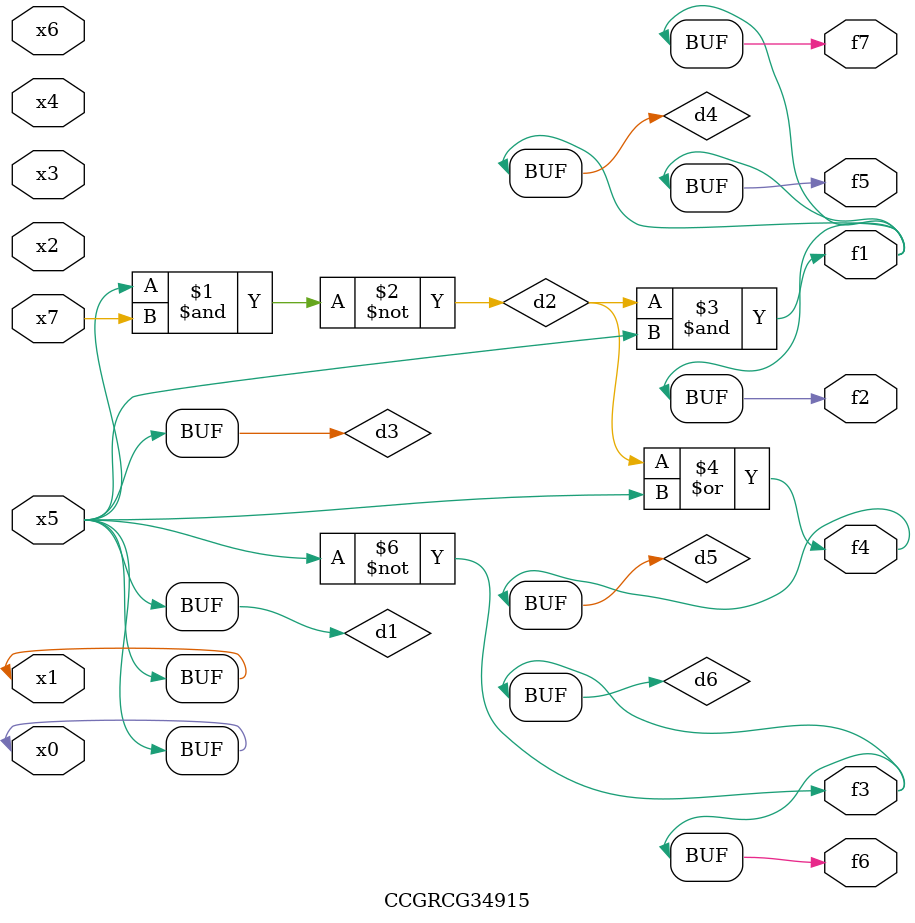
<source format=v>
module CCGRCG34915(
	input x0, x1, x2, x3, x4, x5, x6, x7,
	output f1, f2, f3, f4, f5, f6, f7
);

	wire d1, d2, d3, d4, d5, d6;

	buf (d1, x0, x5);
	nand (d2, x5, x7);
	buf (d3, x0, x1);
	and (d4, d2, d3);
	or (d5, d2, d3);
	nor (d6, d1, d3);
	assign f1 = d4;
	assign f2 = d4;
	assign f3 = d6;
	assign f4 = d5;
	assign f5 = d4;
	assign f6 = d6;
	assign f7 = d4;
endmodule

</source>
